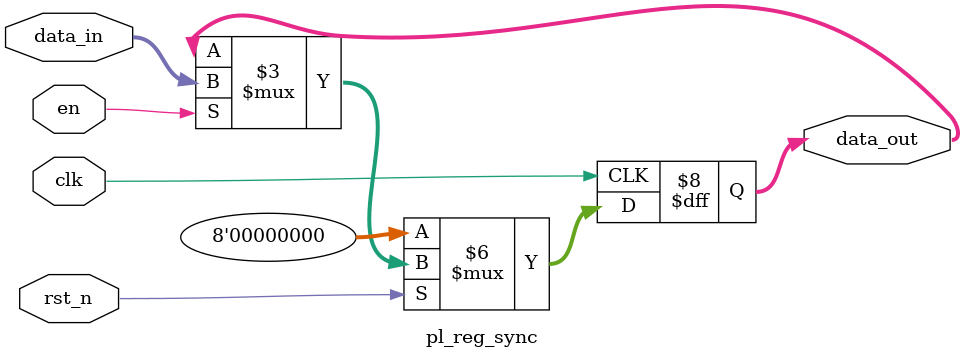
<source format=sv>
module pl_reg_sync #(parameter W=8) (
    input clk, rst_n, en,
    input [W-1:0] data_in,
    output reg [W-1:0] data_out
);
always @(posedge clk)
    if (!rst_n) data_out <= 0;
    else if (en) data_out <= data_in;
endmodule
</source>
